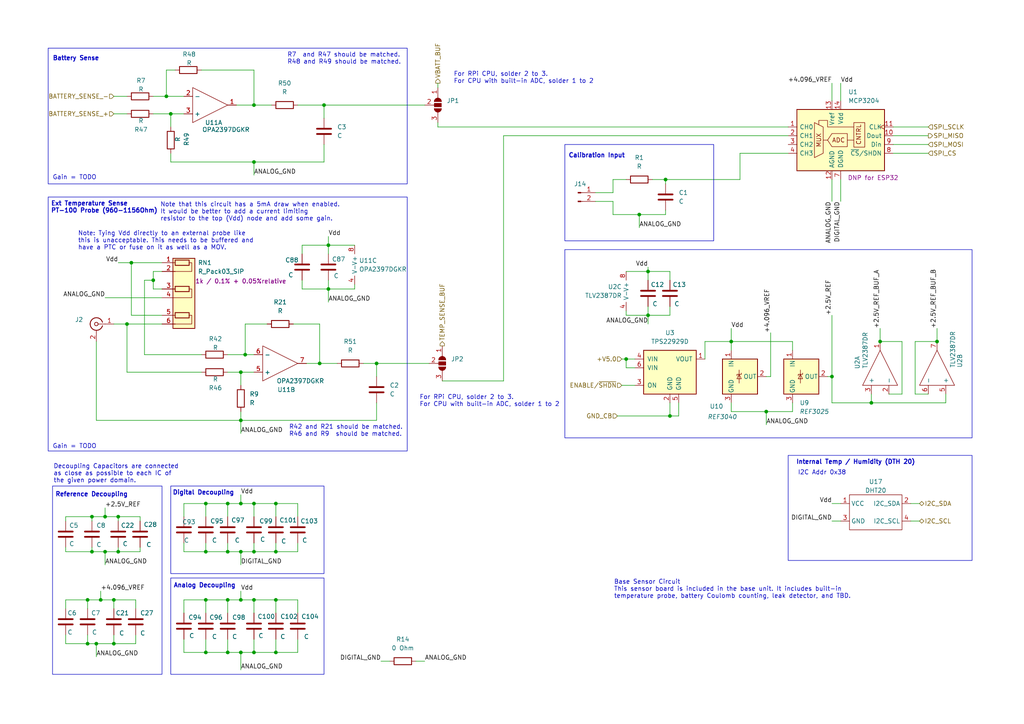
<source format=kicad_sch>
(kicad_sch (version 20231120) (generator "eeschema") (generator_version "8.0")
  (paper "A4")
  (lib_symbols
    (symbol "Analog_ADC:MCP3204" (pin_names (offset 0.762))
      (property "Reference" "U" (at -5.08 10.795 0))
      (property "Value" "MCP3204" (at -5.08 8.89 0))
      (symbol "MCP3204_0_0"
        (text "ADC" (at -0.635 -1.27 0) (effects (font (size 1.27 1.27))))
        (text "CNTRL" (at 5.969 -2.667 900) (effects (font (size 1.27 1.27)) (justify left bottom)))
        (text "MUX" (at -6.35 -1.27 900) (effects (font (size 1.27 1.27))))
      )
      (symbol "MCP3204_0_1"
        (polyline (pts (xy -5.08 -1.27) (xy -3.81 -1.27)))
        (polyline (pts (xy 1.905 -1.27) (xy 3.81 -1.27)))
        (polyline (pts (xy -7.62 3.81) (xy -7.62 -6.35) (xy -5.08 -5.08) (xy -5.08 2.54) (xy -7.62 3.81)))
        (polyline (pts (xy 3.81 2.54) (xy -3.81 2.54) (xy -3.81 4.445) (xy -6.35 4.445) (xy -6.35 3.175)))
        (polyline (pts (xy -3.81 -1.27) (xy -2.54 0.635) (xy 1.905 0.635) (xy 1.905 -3.175) (xy -2.54 -3.175) (xy -3.81 -1.27)))
        (rectangle (start 3.81 -3.302) (end 6.985 3.81))
        (rectangle (start 12.7 7.62) (end -12.7 -10.16) (stroke (width 0.254)) (fill (type background)))
      )
      (symbol "MCP3204_1_1"
        (pin input line (at -15.24 2.54 0) (length 2.54) (name "CH0") (number "1"))
        (pin output line (at 15.24 0 180) (length 2.54) (name "Dout") (number "10"))
        (pin input clock (at 15.24 2.54 180) (length 2.54) (name "CLK") (number "11"))
        (pin power_in line (at -2.54 -12.7 90) (length 2.54) (name "AGND") (number "12"))
        (pin power_in line (at -2.54 10.16 270) (length 2.54) (name "Vref") (number "13"))
        (pin power_in line (at 0 10.16 270) (length 2.54) (name "Vdd") (number "14"))
        (pin input line (at -15.24 0 0) (length 2.54) (name "CH1") (number "2"))
        (pin input line (at -15.24 -2.54 0) (length 2.54) (name "CH2") (number "3"))
        (pin input line (at -15.24 -5.08 0) (length 2.54) (name "CH3") (number "4"))
        (pin no_connect line (at -10.16 -10.16 90) (length 2.54) hide (name "NC") (number "5"))
        (pin no_connect line (at -7.62 -10.16 90) (length 2.54) hide (name "NC") (number "6"))
        (pin power_in line (at 0 -12.7 90) (length 2.54) (name "DGND") (number "7"))
        (pin input line (at 15.24 -5.08 180) (length 2.54) (name "~{CS}/SHDN") (number "8"))
        (pin input line (at 15.24 -2.54 180) (length 2.54) (name "Din") (number "9"))
      )
    )
    (symbol "AndrewAdditions:DHT20"
      (property "Reference" "U" (at -7.112 8.382 0))
      (property "Value" "DHT20" (at 0 0 0))
      (symbol "DHT20_0_1"
        (rectangle (start -7.62 5.08) (end 7.62 -5.08))
      )
      (symbol "DHT20_1_0"
        (pin power_in line (at -10.16 2.54 0) (length 2.54) (name "VCC") (number "1"))
        (pin input line (at 10.16 2.54 180) (length 2.54) (name "I2C_SDA") (number "2"))
        (pin power_in line (at -10.16 -2.54 0) (length 2.54) (name "GND") (number "3"))
        (pin input line (at 10.16 -2.54 180) (length 2.54) (name "I2C_SCL") (number "4"))
      )
    )
    (symbol "Connector:Conn_01x02_Pin" (pin_names (offset 1.016) hide)
      (property "Reference" "J" (at 0 2.54 0))
      (property "Value" "Conn_01x02_Pin" (at 0 -5.08 0))
      (symbol "Conn_01x02_Pin_1_1"
        (polyline (pts (xy 1.27 -2.54) (xy 0.8636 -2.54)) (stroke (width 0.1524)))
        (polyline (pts (xy 1.27 0) (xy 0.8636 0)) (stroke (width 0.1524)))
        (rectangle (start 0.8636 -2.413) (end 0 -2.667) (stroke (width 0.1524)) (fill (type outline)))
        (rectangle (start 0.8636 0.127) (end 0 -0.127) (stroke (width 0.1524)) (fill (type outline)))
        (pin passive line (at 5.08 0 180) (length 3.81) (name "Pin_1") (number "1"))
        (pin passive line (at 5.08 -2.54 180) (length 3.81) (name "Pin_2") (number "2"))
      )
    )
    (symbol "Connector:Conn_Coaxial" (pin_names (offset 1.016) hide)
      (property "Reference" "J" (at 0.254 3.048 0))
      (property "Value" "Conn_Coaxial" (at 2.921 0 90))
      (symbol "Conn_Coaxial_0_1"
        (arc (start -1.778 -0.508) (mid 0.2311 -1.8066) (end 1.778 0) (stroke (width 0.254)))
        (polyline (pts (xy -2.54 0) (xy -0.508 0)))
        (polyline (pts (xy 0 -2.54) (xy 0 -1.778)))
        (circle (center 0 0) (radius 0.508) (stroke (width 0.2032)))
        (arc (start 1.778 0) (mid 0.2099 1.8101) (end -1.778 0.508) (stroke (width 0.254)))
      )
      (symbol "Conn_Coaxial_1_1"
        (pin passive line (at -5.08 0 0) (length 2.54) (name "In") (number "1"))
        (pin passive line (at 0 -5.08 90) (length 2.54) (name "Ext") (number "2"))
      )
    )
    (symbol "Device:C" (pin_numbers hide) (pin_names (offset 0.254))
      (property "Reference" "C" (at 0.635 2.54 0))
      (property "Value" "C" (at 0.635 -2.54 0))
      (symbol "C_0_1"
        (polyline (pts (xy -2.032 -0.762) (xy 2.032 -0.762)) (stroke (width 0.508)))
        (polyline (pts (xy -2.032 0.762) (xy 2.032 0.762)) (stroke (width 0.508)))
      )
      (symbol "C_1_1"
        (pin passive line (at 0 3.81 270) (length 2.794) (name "~") (number "1"))
        (pin passive line (at 0 -3.81 90) (length 2.794) (name "~") (number "2"))
      )
    )
    (symbol "Device:R" (pin_numbers hide) (pin_names (offset 0))
      (property "Reference" "R" (at 2.032 0 90))
      (property "Value" "R" (at 0 0 90))
      (symbol "R_0_1"
        (rectangle (start -1.016 -2.54) (end 1.016 2.54) (stroke (width 0.254)))
      )
      (symbol "R_1_1"
        (pin passive line (at 0 3.81 270) (length 1.27) (name "~") (number "1"))
        (pin passive line (at 0 -3.81 90) (length 1.27) (name "~") (number "2"))
      )
    )
    (symbol "Device:R_Pack03_SIP" (pin_names (offset 0) hide)
      (property "Reference" "RN" (at -10.16 0 90))
      (property "Value" "R_Pack03_SIP" (at 12.7 0 90))
      (symbol "R_Pack03_SIP_0_1"
        (rectangle (start -8.89 -1.905) (end 11.43 4.445) (stroke (width 0.254)) (fill (type background)))
        (rectangle (start -8.382 2.794) (end -6.858 -1.27) (stroke (width 0.254)))
        (rectangle (start -0.762 2.794) (end 0.762 -1.27) (stroke (width 0.254)))
        (polyline (pts (xy -7.62 2.794) (xy -7.62 3.556) (xy -5.08 3.556) (xy -5.08 -1.27)))
        (polyline (pts (xy 0 2.794) (xy 0 3.556) (xy 2.54 3.556) (xy 2.54 -1.27)))
        (polyline (pts (xy 7.62 2.794) (xy 7.62 3.556) (xy 10.16 3.556) (xy 10.16 -1.27)))
        (rectangle (start 6.858 2.794) (end 8.382 -1.27) (stroke (width 0.254)))
      )
      (symbol "R_Pack03_SIP_1_1"
        (pin passive line (at -7.62 -5.08 90) (length 3.81) (name "R1.1") (number "1"))
        (pin passive line (at -5.08 -5.08 90) (length 3.81) (name "R1.2") (number "2"))
        (pin passive line (at 0 -5.08 90) (length 3.81) (name "R2.1") (number "3"))
        (pin passive line (at 2.54 -5.08 90) (length 3.81) (name "R2.2") (number "4"))
        (pin passive line (at 7.62 -5.08 90) (length 3.81) (name "R3.1") (number "5"))
        (pin passive line (at 10.16 -5.08 90) (length 3.81) (name "R3.2") (number "6"))
      )
    )
    (symbol "Jumper:SolderJumper_3_Open" (pin_names (offset 0) hide) (exclude_from_sim yes) (in_bom no)
      (property "Reference" "JP" (at -2.54 -2.54 0))
      (property "Value" "SolderJumper_3_Open" (at 0 2.794 0))
      (symbol "SolderJumper_3_Open_0_1"
        (arc (start -1.016 1.016) (mid -2.0276 0) (end -1.016 -1.016))
        (arc (start -1.016 1.016) (mid -2.0276 0) (end -1.016 -1.016) (fill (type outline)))
        (rectangle (start -0.508 1.016) (end 0.508 -1.016) (fill (type outline)))
        (polyline (pts (xy -2.54 0) (xy -2.032 0)))
        (polyline (pts (xy -1.016 1.016) (xy -1.016 -1.016)))
        (polyline (pts (xy 0 -1.27) (xy 0 -1.016)))
        (polyline (pts (xy 1.016 1.016) (xy 1.016 -1.016)))
        (polyline (pts (xy 2.54 0) (xy 2.032 0)))
        (arc (start 1.016 -1.016) (mid 2.0276 0) (end 1.016 1.016))
        (arc (start 1.016 -1.016) (mid 2.0276 0) (end 1.016 1.016) (fill (type outline)))
      )
      (symbol "SolderJumper_3_Open_1_1"
        (pin passive line (at -5.08 0 0) (length 2.54) (name "A") (number "1"))
        (pin passive line (at 0 -3.81 90) (length 2.54) (name "C") (number "2"))
        (pin passive line (at 5.08 0 180) (length 2.54) (name "B") (number "3"))
      )
    )
    (symbol "Op-Amp-Extended:OPA2397DR"
      (property "Reference" "U" (at -4.318 9.144 0))
      (property "Value" "OPA2397DGKR" (at 2.032 7.112 0))
      (symbol "OPA2397DR_1_0"
        (pin output line (at 10.16 0 180) (length 2.54) (name "") (number "1"))
        (pin input line (at -5.08 -2.54 0) (length 2.54) (name "-") (number "2"))
        (pin input line (at -5.08 2.54 0) (length 2.54) (name "+") (number "3"))
      )
      (symbol "OPA2397DR_1_1"
        (polyline (pts (xy -2.54 5.08) (xy -2.54 -5.08) (xy 7.62 0) (xy -2.54 5.08)))
      )
      (symbol "OPA2397DR_2_0"
        (pin input line (at -5.08 2.54 0) (length 2.54) (name "+") (number "5"))
        (pin input line (at -5.08 -2.54 0) (length 2.54) (name "-") (number "6"))
        (pin output line (at 10.16 0 180) (length 2.54) (name "") (number "7"))
      )
      (symbol "OPA2397DR_2_1"
        (polyline (pts (xy -2.54 5.08) (xy -2.54 -5.08) (xy 7.62 0) (xy -2.54 5.08)))
      )
      (symbol "OPA2397DR_3_0"
        (pin power_in line (at 0 -6.35 90) (length 2.54) (name "V-") (number "4"))
        (pin power_in line (at 0 5.08 270) (length 2.54) (name "V+") (number "8"))
      )
    )
    (symbol "Op-Amp-Extended:TLV2387DR"
      (property "Reference" "U" (at -4.572 8.128 0))
      (property "Value" "TLV2387DR" (at 0 0 0))
      (symbol "TLV2387DR_1_0"
        (pin output line (at 10.16 0 180) (length 2.54) (name "") (number "1"))
        (pin input line (at -5.08 -2.54 0) (length 2.54) (name "-") (number "2"))
        (pin input line (at -5.08 2.54 0) (length 2.54) (name "+") (number "3"))
      )
      (symbol "TLV2387DR_1_1"
        (polyline (pts (xy -2.54 5.08) (xy -2.54 -5.08) (xy 7.62 0) (xy -2.54 5.08)))
      )
      (symbol "TLV2387DR_2_0"
        (pin input line (at -5.08 2.54 0) (length 2.54) (name "+") (number "5"))
        (pin input line (at -5.08 -2.54 0) (length 2.54) (name "-") (number "6"))
        (pin output line (at 10.16 0 180) (length 2.54) (name "") (number "7"))
      )
      (symbol "TLV2387DR_2_1"
        (polyline (pts (xy -2.54 5.08) (xy -2.54 -5.08) (xy 7.62 0) (xy -2.54 5.08)))
      )
      (symbol "TLV2387DR_3_0"
        (pin power_in line (at 0 -6.35 90) (length 2.54) (name "V-") (number "4"))
        (pin power_in line (at 0 5.08 270) (length 2.54) (name "V+") (number "8"))
      )
    )
    (symbol "Power_Management:TPS22929D" (pin_names (offset 1.016))
      (property "Reference" "U" (at -7.62 8.89 0))
      (property "Value" "TPS22929D" (at 7.62 8.89 0))
      (symbol "TPS22929D_0_1"
        (rectangle (start -7.62 7.62) (end 7.62 -5.08) (stroke (width 0.254)) (fill (type background)))
      )
      (symbol "TPS22929D_1_1"
        (pin power_out line (at 10.16 5.08 180) (length 2.54) (name "VOUT") (number "1"))
        (pin power_in line (at 0 -7.62 90) (length 2.54) (name "GND") (number "2"))
        (pin input line (at -10.16 -2.54 0) (length 2.54) (name "ON") (number "3"))
        (pin power_in line (at -10.16 5.08 0) (length 2.54) (name "VIN") (number "4"))
        (pin power_in line (at 2.54 -7.62 90) (length 2.54) (name "GND") (number "5"))
        (pin power_in line (at -10.16 2.54 0) (length 2.54) (name "VIN") (number "6"))
      )
    )
    (symbol "Reference_Voltage:REF3025" (pin_names (offset 0.254))
      (property "Reference" "U" (at 0 6.35 0))
      (property "Value" "REF3025" (at 2.54 -6.35 0))
      (symbol "REF3025_0_1"
        (rectangle (start -5.08 5.08) (end 5.08 -5.08) (stroke (width 0.254)) (fill (type background)))
        (polyline (pts (xy -0.254 1.905) (xy -0.254 -1.905)))
        (polyline (pts (xy -0.889 -0.635) (xy 0.381 -0.635) (xy -0.254 0.635) (xy -0.889 -0.635)))
        (polyline (pts (xy 0.381 1.016) (xy 0.381 0.635) (xy -0.889 0.635) (xy -0.889 0.254)))
      )
      (symbol "REF3025_1_1"
        (pin power_in line (at -2.54 7.62 270) (length 2.54) (name "IN") (number "1"))
        (pin power_out line (at 7.62 0 180) (length 2.54) (name "OUT") (number "2"))
        (pin power_in line (at -2.54 -7.62 90) (length 2.54) (name "GND") (number "3"))
      )
    )
    (symbol "Reference_Voltage:REF3040" (pin_names (offset 0.254))
      (property "Reference" "U" (at 0 6.35 0))
      (property "Value" "REF3040" (at 2.54 -6.35 0))
      (symbol "REF3040_0_1"
        (rectangle (start -5.08 5.08) (end 5.08 -5.08) (stroke (width 0.254)) (fill (type background)))
        (polyline (pts (xy -0.254 1.905) (xy -0.254 -1.905)))
        (polyline (pts (xy -0.889 -0.635) (xy 0.381 -0.635) (xy -0.254 0.635) (xy -0.889 -0.635)))
        (polyline (pts (xy 0.381 1.016) (xy 0.381 0.635) (xy -0.889 0.635) (xy -0.889 0.254)))
      )
      (symbol "REF3040_1_1"
        (pin power_in line (at -2.54 7.62 270) (length 2.54) (name "IN") (number "1"))
        (pin power_out line (at 7.62 0 180) (length 2.54) (name "OUT") (number "2"))
        (pin power_in line (at -2.54 -7.62 90) (length 2.54) (name "GND") (number "3"))
      )
    )
  )
  (junction (at 29.21 173.99))
  (junction (at 59.69 146.05))
  (junction (at 34.29 160.02))
  (junction (at 59.69 189.23))
  (junction (at 187.96 91.44))
  (junction (at 73.66 146.05))
  (junction (at 93.98 30.48))
  (junction (at 69.85 107.95))
  (junction (at 26.67 149.86))
  (junction (at 49.53 33.02))
  (junction (at 25.4 186.69))
  (junction (at 194.31 120.65))
  (junction (at 34.29 149.86))
  (junction (at 92.71 105.41))
  (junction (at 33.02 173.99))
  (junction (at 66.04 160.02))
  (junction (at 185.42 62.23))
  (junction (at 80.01 173.99))
  (junction (at 181.61 104.14))
  (junction (at 241.3 109.22))
  (junction (at 30.48 149.86))
  (junction (at 271.78 99.06))
  (junction (at 109.22 105.41))
  (junction (at 212.09 99.06))
  (junction (at 73.66 189.23))
  (junction (at 73.66 30.48))
  (junction (at 80.01 160.02))
  (junction (at 25.4 173.99))
  (junction (at 44.45 81.28))
  (junction (at 59.69 173.99))
  (junction (at 30.48 160.02))
  (junction (at 69.85 160.02))
  (junction (at 59.69 160.02))
  (junction (at 95.25 71.12))
  (junction (at 193.04 52.07))
  (junction (at 66.04 146.05))
  (junction (at 71.12 102.87))
  (junction (at 73.66 173.99))
  (junction (at 187.96 78.74))
  (junction (at 95.25 83.82))
  (junction (at 33.02 186.69))
  (junction (at 38.1 76.2))
  (junction (at 69.85 146.05))
  (junction (at 69.85 121.92))
  (junction (at 73.66 46.99))
  (junction (at 80.01 146.05))
  (junction (at 36.83 93.98))
  (junction (at 255.27 99.06))
  (junction (at 66.04 189.23))
  (junction (at 252.73 116.84))
  (junction (at 48.26 27.94))
  (junction (at 222.25 119.38))
  (junction (at 73.66 160.02))
  (junction (at 27.94 186.69))
  (junction (at 26.67 160.02))
  (junction (at 69.85 189.23))
  (junction (at 66.04 173.99))
  (junction (at 69.85 173.99))
  (junction (at 80.01 189.23))
  (wire (pts (xy 187.96 77.47) (xy 187.96 78.74)))
  (wire (pts (xy 59.69 173.99) (xy 59.69 177.8)))
  (wire (pts (xy 241.3 91.44) (xy 241.3 109.22)))
  (wire (pts (xy 214.63 52.07) (xy 193.04 52.07)))
  (wire (pts (xy 38.1 91.44) (xy 38.1 76.2)))
  (wire (pts (xy 30.48 86.36) (xy 46.99 86.36)))
  (wire (pts (xy 69.85 146.05) (xy 73.66 146.05)))
  (wire (pts (xy 146.05 39.37) (xy 228.6 39.37)))
  (wire (pts (xy 223.52 109.22) (xy 222.25 109.22)))
  (wire (pts (xy 127 25.4) (xy 127 24.13)))
  (wire (pts (xy 193.04 62.23) (xy 193.04 60.96)))
  (wire (pts (xy 259.08 44.45) (xy 269.24 44.45)))
  (wire (pts (xy 95.25 71.12) (xy 95.25 73.66)))
  (wire (pts (xy 194.31 81.28) (xy 194.31 78.74)))
  (wire (pts (xy 48.26 20.32) (xy 48.26 27.94)))
  (wire (pts (xy 252.73 116.84) (xy 274.32 116.84)))
  (wire (pts (xy 87.63 73.66) (xy 87.63 71.12)))
  (wire (pts (xy 109.22 116.84) (xy 109.22 121.92)))
  (wire (pts (xy 58.42 20.32) (xy 73.66 20.32)))
  (wire (pts (xy 127 35.56) (xy 127 36.83)))
  (wire (pts (xy 66.04 189.23) (xy 69.85 189.23)))
  (wire (pts (xy 69.85 173.99) (xy 73.66 173.99)))
  (wire (pts (xy 243.84 24.13) (xy 243.84 29.21)))
  (wire (pts (xy 212.09 116.84) (xy 212.09 119.38)))
  (wire (pts (xy 177.8 52.07) (xy 181.61 52.07)))
  (wire (pts (xy 29.21 171.45) (xy 29.21 173.99)))
  (wire (pts (xy 241.3 24.13) (xy 241.3 29.21)))
  (wire (pts (xy 30.48 149.86) (xy 30.48 147.32)))
  (wire (pts (xy 73.66 185.42) (xy 73.66 189.23)))
  (wire (pts (xy 53.34 146.05) (xy 53.34 149.86)))
  (wire (pts (xy 214.63 44.45) (xy 228.6 44.45)))
  (wire (pts (xy 187.96 78.74) (xy 187.96 81.28)))
  (wire (pts (xy 59.69 185.42) (xy 59.69 189.23)))
  (wire (pts (xy 181.61 91.44) (xy 181.61 90.17)))
  (wire (pts (xy 86.36 177.8) (xy 86.36 173.99)))
  (wire (pts (xy 26.67 160.02) (xy 30.48 160.02)))
  (wire (pts (xy 73.66 46.99) (xy 93.98 46.99)))
  (wire (pts (xy 59.69 189.23) (xy 66.04 189.23)))
  (wire (pts (xy 44.45 27.94) (xy 48.26 27.94)))
  (wire (pts (xy 73.66 189.23) (xy 80.01 189.23)))
  (wire (pts (xy 58.42 107.95) (xy 36.83 107.95)))
  (wire (pts (xy 34.29 149.86) (xy 30.48 149.86)))
  (wire (pts (xy 27.94 186.69) (xy 27.94 190.5)))
  (wire (pts (xy 44.45 83.82) (xy 46.99 83.82)))
  (wire (pts (xy 27.94 99.06) (xy 27.94 121.92)))
  (wire (pts (xy 59.69 157.48) (xy 59.69 160.02)))
  (wire (pts (xy 33.02 93.98) (xy 36.83 93.98)))
  (wire (pts (xy 19.05 151.13) (xy 19.05 149.86)))
  (wire (pts (xy 196.85 120.65) (xy 194.31 120.65)))
  (wire (pts (xy 66.04 107.95) (xy 69.85 107.95)))
  (wire (pts (xy 27.94 186.69) (xy 33.02 186.69)))
  (wire (pts (xy 38.1 91.44) (xy 46.99 91.44)))
  (wire (pts (xy 69.85 189.23) (xy 73.66 189.23)))
  (wire (pts (xy 222.25 119.38) (xy 229.87 119.38)))
  (wire (pts (xy 33.02 176.53) (xy 33.02 173.99)))
  (wire (pts (xy 69.85 171.45) (xy 69.85 173.99)))
  (wire (pts (xy 69.85 163.83) (xy 69.85 160.02)))
  (wire (pts (xy 49.53 33.02) (xy 49.53 36.83)))
  (wire (pts (xy 255.27 95.25) (xy 255.27 99.06)))
  (wire (pts (xy 241.3 52.07) (xy 241.3 58.42)))
  (wire (pts (xy 93.98 30.48) (xy 123.19 30.48)))
  (wire (pts (xy 66.04 102.87) (xy 71.12 102.87)))
  (wire (pts (xy 214.63 52.07) (xy 214.63 44.45)))
  (wire (pts (xy 259.08 36.83) (xy 269.24 36.83)))
  (wire (pts (xy 41.91 81.28) (xy 44.45 81.28)))
  (wire (pts (xy 33.02 186.69) (xy 39.37 186.69)))
  (wire (pts (xy 25.4 173.99) (xy 25.4 176.53)))
  (wire (pts (xy 222.25 119.38) (xy 222.25 123.19)))
  (wire (pts (xy 180.34 104.14) (xy 181.61 104.14)))
  (wire (pts (xy 93.98 41.91) (xy 93.98 46.99)))
  (wire (pts (xy 177.8 58.42) (xy 172.72 58.42)))
  (wire (pts (xy 39.37 173.99) (xy 33.02 173.99)))
  (wire (pts (xy 49.53 33.02) (xy 53.34 33.02)))
  (wire (pts (xy 184.15 111.76) (xy 180.34 111.76)))
  (wire (pts (xy 102.87 83.82) (xy 102.87 82.55)))
  (wire (pts (xy 30.48 160.02) (xy 30.48 163.83)))
  (wire (pts (xy 185.42 62.23) (xy 193.04 62.23)))
  (wire (pts (xy 92.71 105.41) (xy 88.9 105.41)))
  (wire (pts (xy 26.67 149.86) (xy 26.67 151.13)))
  (wire (pts (xy 93.98 34.29) (xy 93.98 30.48)))
  (wire (pts (xy 243.84 52.07) (xy 243.84 58.42)))
  (wire (pts (xy 80.01 173.99) (xy 73.66 173.99)))
  (wire (pts (xy 241.3 116.84) (xy 252.73 116.84)))
  (wire (pts (xy 44.45 81.28) (xy 44.45 83.82)))
  (wire (pts (xy 274.32 116.84) (xy 274.32 114.3)))
  (wire (pts (xy 80.01 185.42) (xy 80.01 189.23)))
  (wire (pts (xy 19.05 160.02) (xy 26.67 160.02)))
  (wire (pts (xy 194.31 116.84) (xy 194.31 120.65)))
  (wire (pts (xy 19.05 158.75) (xy 19.05 160.02)))
  (wire (pts (xy 73.66 30.48) (xy 68.58 30.48)))
  (wire (pts (xy 95.25 83.82) (xy 95.25 81.28)))
  (wire (pts (xy 69.85 121.92) (xy 69.85 125.73)))
  (wire (pts (xy 196.85 116.84) (xy 196.85 120.65)))
  (wire (pts (xy 185.42 62.23) (xy 185.42 66.04)))
  (wire (pts (xy 179.07 120.65) (xy 194.31 120.65)))
  (wire (pts (xy 109.22 105.41) (xy 109.22 109.22)))
  (wire (pts (xy 34.29 76.2) (xy 38.1 76.2)))
  (wire (pts (xy 19.05 173.99) (xy 19.05 176.53)))
  (wire (pts (xy 120.65 191.77) (xy 123.19 191.77)))
  (wire (pts (xy 86.36 149.86) (xy 86.36 146.05)))
  (wire (pts (xy 38.1 76.2) (xy 46.99 76.2)))
  (wire (pts (xy 44.45 33.02) (xy 49.53 33.02)))
  (wire (pts (xy 73.66 146.05) (xy 80.01 146.05)))
  (wire (pts (xy 95.25 68.58) (xy 95.25 71.12)))
  (wire (pts (xy 73.66 46.99) (xy 49.53 46.99)))
  (wire (pts (xy 33.02 173.99) (xy 29.21 173.99)))
  (wire (pts (xy 87.63 81.28) (xy 87.63 83.82)))
  (wire (pts (xy 261.62 114.3) (xy 261.62 99.06)))
  (wire (pts (xy 172.72 55.88) (xy 177.8 55.88)))
  (wire (pts (xy 53.34 173.99) (xy 59.69 173.99)))
  (wire (pts (xy 223.52 96.52) (xy 223.52 109.22)))
  (wire (pts (xy 204.47 99.06) (xy 212.09 99.06)))
  (wire (pts (xy 59.69 146.05) (xy 59.69 149.86)))
  (wire (pts (xy 53.34 160.02) (xy 53.34 157.48)))
  (wire (pts (xy 252.73 114.3) (xy 252.73 116.84)))
  (wire (pts (xy 265.43 99.06) (xy 265.43 114.3)))
  (wire (pts (xy 19.05 184.15) (xy 19.05 186.69)))
  (wire (pts (xy 80.01 189.23) (xy 86.36 189.23)))
  (wire (pts (xy 73.66 157.48) (xy 73.66 160.02)))
  (wire (pts (xy 87.63 83.82) (xy 95.25 83.82)))
  (wire (pts (xy 66.04 146.05) (xy 66.04 149.86)))
  (wire (pts (xy 39.37 186.69) (xy 39.37 184.15)))
  (wire (pts (xy 193.04 52.07) (xy 193.04 53.34)))
  (wire (pts (xy 73.66 46.99) (xy 73.66 50.8)))
  (wire (pts (xy 36.83 93.98) (xy 36.83 107.95)))
  (wire (pts (xy 194.31 78.74) (xy 187.96 78.74)))
  (wire (pts (xy 194.31 91.44) (xy 187.96 91.44)))
  (wire (pts (xy 66.04 157.48) (xy 66.04 160.02)))
  (wire (pts (xy 33.02 27.94) (xy 36.83 27.94)))
  (wire (pts (xy 53.34 160.02) (xy 59.69 160.02)))
  (wire (pts (xy 27.94 121.92) (xy 69.85 121.92)))
  (wire (pts (xy 128.27 110.49) (xy 146.05 110.49)))
  (wire (pts (xy 261.62 99.06) (xy 255.27 99.06)))
  (wire (pts (xy 46.99 78.74) (xy 44.45 78.74)))
  (wire (pts (xy 71.12 102.87) (xy 71.12 93.98)))
  (wire (pts (xy 204.47 99.06) (xy 204.47 104.14)))
  (wire (pts (xy 66.04 185.42) (xy 66.04 189.23)))
  (wire (pts (xy 80.01 173.99) (xy 80.01 177.8)))
  (wire (pts (xy 49.53 44.45) (xy 49.53 46.99)))
  (wire (pts (xy 187.96 91.44) (xy 181.61 91.44)))
  (wire (pts (xy 110.49 191.77) (xy 113.03 191.77)))
  (wire (pts (xy 95.25 83.82) (xy 102.87 83.82)))
  (wire (pts (xy 69.85 189.23) (xy 69.85 194.31)))
  (wire (pts (xy 229.87 119.38) (xy 229.87 116.84)))
  (wire (pts (xy 73.66 177.8) (xy 73.66 173.99)))
  (wire (pts (xy 264.16 146.05) (xy 266.7 146.05)))
  (wire (pts (xy 19.05 149.86) (xy 26.67 149.86)))
  (wire (pts (xy 229.87 101.6) (xy 229.87 99.06)))
  (wire (pts (xy 66.04 173.99) (xy 66.04 177.8)))
  (wire (pts (xy 86.36 30.48) (xy 93.98 30.48)))
  (wire (pts (xy 69.85 143.51) (xy 69.85 146.05)))
  (wire (pts (xy 86.36 160.02) (xy 80.01 160.02)))
  (wire (pts (xy 53.34 146.05) (xy 59.69 146.05)))
  (wire (pts (xy 59.69 146.05) (xy 66.04 146.05)))
  (wire (pts (xy 59.69 173.99) (xy 66.04 173.99)))
  (wire (pts (xy 189.23 52.07) (xy 193.04 52.07)))
  (wire (pts (xy 109.22 121.92) (xy 69.85 121.92)))
  (wire (pts (xy 85.09 93.98) (xy 92.71 93.98)))
  (wire (pts (xy 41.91 102.87) (xy 41.91 81.28)))
  (wire (pts (xy 33.02 33.02) (xy 36.83 33.02)))
  (wire (pts (xy 95.25 87.63) (xy 95.25 83.82)))
  (wire (pts (xy 48.26 27.94) (xy 53.34 27.94)))
  (wire (pts (xy 212.09 119.38) (xy 222.25 119.38)))
  (wire (pts (xy 71.12 93.98) (xy 77.47 93.98)))
  (wire (pts (xy 187.96 88.9) (xy 187.96 91.44)))
  (wire (pts (xy 187.96 78.74) (xy 181.61 78.74)))
  (wire (pts (xy 66.04 173.99) (xy 69.85 173.99)))
  (wire (pts (xy 41.91 102.87) (xy 58.42 102.87)))
  (wire (pts (xy 44.45 78.74) (xy 44.45 81.28)))
  (wire (pts (xy 19.05 186.69) (xy 25.4 186.69)))
  (wire (pts (xy 212.09 101.6) (xy 212.09 99.06)))
  (wire (pts (xy 264.16 151.13) (xy 266.7 151.13)))
  (wire (pts (xy 184.15 106.68) (xy 181.61 106.68)))
  (wire (pts (xy 66.04 146.05) (xy 69.85 146.05)))
  (wire (pts (xy 80.01 146.05) (xy 86.36 146.05)))
  (wire (pts (xy 229.87 99.06) (xy 212.09 99.06)))
  (wire (pts (xy 259.08 39.37) (xy 269.24 39.37)))
  (wire (pts (xy 53.34 185.42) (xy 53.34 189.23)))
  (wire (pts (xy 127 36.83) (xy 228.6 36.83)))
  (wire (pts (xy 69.85 107.95) (xy 69.85 111.76)))
  (wire (pts (xy 212.09 95.25) (xy 212.09 99.06)))
  (wire (pts (xy 257.81 114.3) (xy 261.62 114.3)))
  (wire (pts (xy 146.05 39.37) (xy 146.05 110.49)))
  (wire (pts (xy 177.8 55.88) (xy 177.8 52.07)))
  (wire (pts (xy 25.4 184.15) (xy 25.4 186.69)))
  (wire (pts (xy 177.8 58.42) (xy 177.8 62.23)))
  (wire (pts (xy 80.01 157.48) (xy 80.01 160.02)))
  (wire (pts (xy 50.8 20.32) (xy 48.26 20.32)))
  (wire (pts (xy 29.21 173.99) (xy 25.4 173.99)))
  (wire (pts (xy 241.3 151.13) (xy 243.84 151.13)))
  (wire (pts (xy 40.64 160.02) (xy 40.64 158.75)))
  (wire (pts (xy 34.29 160.02) (xy 40.64 160.02)))
  (wire (pts (xy 80.01 160.02) (xy 73.66 160.02)))
  (wire (pts (xy 26.67 149.86) (xy 30.48 149.86)))
  (wire (pts (xy 73.66 160.02) (xy 69.85 160.02)))
  (wire (pts (xy 109.22 105.41) (xy 105.41 105.41)))
  (wire (pts (xy 33.02 184.15) (xy 33.02 186.69)))
  (wire (pts (xy 259.08 41.91) (xy 269.24 41.91)))
  (wire (pts (xy 181.61 104.14) (xy 184.15 104.14)))
  (wire (pts (xy 92.71 93.98) (xy 92.71 105.41)))
  (wire (pts (xy 187.96 93.98) (xy 187.96 91.44)))
  (wire (pts (xy 73.66 20.32) (xy 73.66 30.48)))
  (wire (pts (xy 241.3 116.84) (xy 241.3 109.22)))
  (wire (pts (xy 66.04 160.02) (xy 59.69 160.02)))
  (wire (pts (xy 30.48 160.02) (xy 34.29 160.02)))
  (wire (pts (xy 241.3 146.05) (xy 243.84 146.05)))
  (wire (pts (xy 177.8 62.23) (xy 185.42 62.23)))
  (wire (pts (xy 69.85 160.02) (xy 66.04 160.02)))
  (wire (pts (xy 78.74 30.48) (xy 73.66 30.48)))
  (wire (pts (xy 95.25 71.12) (xy 102.87 71.12)))
  (wire (pts (xy 36.83 93.98) (xy 46.99 93.98)))
  (wire (pts (xy 271.78 95.25) (xy 271.78 99.06)))
  (wire (pts (xy 71.12 102.87) (xy 73.66 102.87)))
  (wire (pts (xy 92.71 105.41) (xy 97.79 105.41)))
  (wire (pts (xy 271.78 99.06) (xy 265.43 99.06)))
  (wire (pts (xy 34.29 158.75) (xy 34.29 160.02)))
  (wire (pts (xy 40.64 149.86) (xy 34.29 149.86)))
  (wire (pts (xy 86.36 157.48) (xy 86.36 160.02)))
  (wire (pts (xy 26.67 158.75) (xy 26.67 160.02)))
  (wire (pts (xy 86.36 185.42) (xy 86.36 189.23)))
  (wire (pts (xy 53.34 189.23) (xy 59.69 189.23)))
  (wire (pts (xy 265.43 114.3) (xy 269.24 114.3)))
  (wire (pts (xy 124.46 105.41) (xy 109.22 105.41)))
  (wire (pts (xy 40.64 151.13) (xy 40.64 149.86)))
  (wire (pts (xy 25.4 173.99) (xy 19.05 173.99)))
  (wire (pts (xy 194.31 88.9) (xy 194.31 91.44)))
  (wire (pts (xy 34.29 149.86) (xy 34.29 151.13)))
  (wire (pts (xy 69.85 107.95) (xy 73.66 107.95)))
  (wire (pts (xy 25.4 186.69) (xy 27.94 186.69)))
  (wire (pts (xy 80.01 146.05) (xy 80.01 149.86)))
  (wire (pts (xy 73.66 146.05) (xy 73.66 149.86)))
  (wire (pts (xy 240.03 109.22) (xy 241.3 109.22)))
  (wire (pts (xy 181.61 106.68) (xy 181.61 104.14)))
  (wire (pts (xy 80.01 173.99) (xy 86.36 173.99)))
  (wire (pts (xy 87.63 71.12) (xy 95.25 71.12)))
  (wire (pts (xy 69.85 119.38) (xy 69.85 121.92)))
  (wire (pts (xy 39.37 176.53) (xy 39.37 173.99)))
  (wire (pts (xy 53.34 177.8) (xy 53.34 173.99)))
  (rectangle (start 13.97 13.97) (end 118.11 53.34))
  (rectangle (start 163.83 41.91) (end 207.01 69.85))
  (rectangle (start 49.53 167.64) (end 93.98 195.58))
  (rectangle (start 49.53 140.97) (end 93.98 166.37))
  (rectangle (start 228.6 132.08) (end 281.94 162.56))
  (rectangle (start 13.97 57.15) (end 118.11 130.81))
  (rectangle (start 163.83 72.39) (end 281.94 127))
  (rectangle (start 15.24 140.97) (end 46.99 195.58))
  (text "Battery Sense" (at 15.24 17.018 0) (effects (font (size 1.27 1.27) (thickness 0.254) (bold yes)) (justify left)))
  (text "Decoupling Capacitors are connected\nas close as possible to each IC of\nthe given power domain." (at 15.494 137.414 0) (effects (font (size 1.27 1.27) (thickness 0.1588)) (justify left)))
  (text "I2C Addr 0x38" (at 231.394 137.16 0) (effects (font (size 1.27 1.27)) (justify left)))
  (text "Calibration Input" (at 164.846 45.212 0) (effects (font (size 1.27 1.27) (thickness 0.254) (bold yes)) (justify left)))
  (text "For RPi CPU, solder 2 to 3.\nFor CPU with built-in ADC, solder 1 to 2" (at 121.666 116.332 0) (effects (font (size 1.27 1.27)) (justify left)))
  (text "Gain = TODO" (at 15.24 129.54 0) (effects (font (size 1.27 1.27)) (justify left)))
  (text "For RPi CPU, solder 2 to 3.\nFor CPU with built-in ADC, solder 1 to 2" (at 131.572 22.606 0) (effects (font (size 1.27 1.27)) (justify left)))
  (text "Digital Decoupling\n" (at 50.038 143.002 0) (effects (font (size 1.27 1.27) (thickness 0.254) (bold yes)) (justify left)))
  (text "Gain = TODO" (at 15.24 51.562 0) (effects (font (size 1.27 1.27)) (justify left)))
  (text "Base Sensor Circuit\nThis sensor board is included in the base unit. It includes built-in \ntemperature probe, battery Coulomb counting, leak detector, and TBD." (at 178.054 170.942 0) (effects (font (size 1.27 1.27)) (justify left)))
  (text "Internal Temp / Humidity (DTH 20)" (at 230.886 134.112 0) (effects (font (size 1.27 1.27) (thickness 0.254) (bold yes)) (justify left)))
  (text "Ext Temperature Sense\nPT-100 Probe (960-1156Ohm)" (at 14.732 60.198 0) (effects (font (size 1.27 1.27) (thickness 0.254) (bold yes)) (justify left)))
  (text "Note: Tying Vdd directly to an external probe like\nthis is unacceptable. This needs to be buffered and\nhave a PTC or fuse on it as well as a MOV." (at 22.606 69.85 0) (effects (font (size 1.27 1.27)) (justify left)))
  (text "R42 and R21 should be matched.\nR46 and R9  should be matched." (at 83.82 124.968 0) (effects (font (size 1.27 1.27)) (justify left)))
  (text "Reference Decoupling\n" (at 16.002 143.51 0) (effects (font (size 1.27 1.27) (thickness 0.254) (bold yes)) (justify left)))
  (text "Note that this circuit has a 5mA draw when enabled.\nIt would be better to add a current limiting\nresistor to the top (Vdd) node and add some gain." (at 46.482 61.468 0) (effects (font (size 1.27 1.27)) (justify left)))
  (text "Analog Decoupling\n" (at 50.292 169.926 0) (effects (font (size 1.27 1.27) (thickness 0.254) (bold yes)) (justify left)))
  (text "R7  and R47 should be matched.\nR48 and R49 should be matched." (at 83.312 17.018 0) (effects (font (size 1.27 1.27)) (justify left)))
  (label "ANALOG_GND" (at 95.25 87.63 0))
  (label "Vdd" (at 69.85 171.45 0))
  (label "Vdd" (at 187.96 77.47 180))
  (label "+4.096_VREF" (at 29.21 171.45 0))
  (label "ANALOG_GND" (at 73.66 50.8 0))
  (label "+2.5V_REF" (at 241.3 91.44 90))
  (label "+2.5V_REF" (at 30.48 147.32 0))
  (label "+2.5V_REF_BUF_A" (at 255.27 95.25 90))
  (label "DIGITAL_GND" (at 110.49 191.77 180))
  (label "ANALOG_GND" (at 69.85 125.73 0))
  (label "ANALOG_GND" (at 27.94 190.5 0))
  (label "ANALOG_GND" (at 30.48 163.83 0))
  (label "DIGITAL_GND" (at 69.85 163.83 0))
  (label "+2.5V_REF_BUF_B" (at 271.78 95.25 90))
  (label "ANALOG_GND" (at 187.96 93.98 180))
  (label "Vdd" (at 243.84 24.13 0))
  (label "DIGITAL_GND" (at 243.84 58.42 270))
  (label "Vdd" (at 212.09 95.25 0))
  (label "Vdd" (at 34.29 76.2 180))
  (label "DIGITAL_GND" (at 241.3 151.13 180))
  (label "Vdd" (at 69.85 143.51 0))
  (label "ANALOG_GND" (at 241.3 58.42 270))
  (label "ANALOG_GND" (at 123.19 191.77 0))
  (label "ANALOG_GND" (at 69.85 194.31 0))
  (label "ANALOG_GND" (at 185.42 66.04 0))
  (label "+4.096_VREF" (at 223.52 96.52 90))
  (label "+4.096_VREF" (at 241.3 24.13 180))
  (label "ANALOG_GND" (at 30.48 86.36 180))
  (label "ANALOG_GND" (at 222.25 123.19 0))
  (label "Vdd" (at 241.3 146.05 180))
  (label "Vdd" (at 95.25 68.58 0))
  (hierarchical_label "+V5.0" (shape input) (at 180.34 104.14 180))
  (hierarchical_label "I2C_SDA" (shape bidirectional) (at 266.7 146.05 0))
  (hierarchical_label "SPI_MISO" (shape output) (at 269.24 39.37 0))
  (hierarchical_label "TEMP_SENSE_BUF" (shape output) (at 128.27 100.33 90))
  (hierarchical_label "SPI_MOSI" (shape input) (at 269.24 41.91 0))
  (hierarchical_label "BATTERY_SENSE_+" (shape input) (at 33.02 33.02 180))
  (hierarchical_label "SPI_CS" (shape input) (at 269.24 44.45 0))
  (hierarchical_label "I2C_SCL" (shape bidirectional) (at 266.7 151.13 0))
  (hierarchical_label "ENABLE{slash}~{SHDN}" (shape input) (at 180.34 111.76 180))
  (hierarchical_label "VBATT_BUF" (shape output) (at 127 24.13 90))
  (hierarchical_label "BATTERY_SENSE_-" (shape input) (at 33.02 27.94 180))
  (hierarchical_label "GND_CB" (shape input) (at 179.07 120.65 180))
  (hierarchical_label "SPI_SCLK" (shape input) (at 269.24 36.83 0))
  (symbol (lib_id "Device:C") (at 19.05 180.34 0) (unit 1)
    (property "Reference" "C6" (at 19.558 177.8 0) (effects (justify left)))
    (property "Value" "C" (at 19.558 183.388 0) (effects (justify left)))
    (property "Description" "Unpolarized capacitor" (effects (hide yes)))
  )
  (symbol (lib_id "Device:R") (at 101.6 105.41 90) (unit 1)
    (property "Reference" "R51" (at 101.6 99.06 90))
    (property "Value" "R" (at 101.6 101.6 90))
    (property "Description" "Resistor" (effects (hide yes)))
  )
  (symbol (lib_id "Device:R") (at 82.55 30.48 90) (unit 1)
    (property "Reference" "R50" (at 82.55 24.13 90))
    (property "Value" "R" (at 82.55 26.67 90))
    (property "Description" "Resistor" (effects (hide yes)))
  )
  (symbol (lib_id "Device:C") (at 53.34 153.67 0) (unit 1)
    (property "Reference" "C93" (at 52.832 151.384 0) (effects (justify left)))
    (property "Value" "C" (at 53.34 156.718 0) (effects (justify left)))
    (property "Description" "Unpolarized capacitor" (effects (hide yes)))
  )
  (symbol (lib_id "Device:C") (at 33.02 180.34 0) (unit 1)
    (property "Reference" "C21" (at 33.528 177.8 0) (effects (justify left)))
    (property "Value" "C" (at 34.544 183.642 0) (effects (justify left)))
    (property "Description" "Unpolarized capacitor" (effects (hide yes)))
  )
  (symbol (lib_id "Device:R") (at 54.61 20.32 90) (unit 1)
    (property "Reference" "R48" (at 54.864 15.748 90))
    (property "Value" "R" (at 54.864 18.288 90))
    (property "Description" "Resistor" (effects (hide yes)))
  )
  (symbol (lib_id "Device:C") (at 26.67 154.94 0) (unit 1)
    (property "Reference" "C8" (at 27.94 152.4 0) (effects (justify left)))
    (property "Value" "C" (at 27.94 157.988 0) (effects (justify left)))
    (property "Description" "Unpolarized capacitor" (effects (hide yes)))
  )
  (symbol (lib_id "Device:C") (at 34.29 154.94 0) (unit 1)
    (property "Reference" "C22" (at 35.052 152.4 0) (effects (justify left)))
    (property "Value" "C" (at 35.56 157.734 0) (effects (justify left)))
    (property "Description" "Unpolarized capacitor" (effects (hide yes)))
  )
  (symbol (lib_id "Op-Amp-Extended:OPA2397DR") (at 78.74 105.41 0) (mirror x) (unit 2)
    (property "Reference" "U11" (at 83.058 113.03 0))
    (property "Value" "OPA2397DGKR" (at 87.122 110.49 0))
    (property "Footprint" "Package_SO:SOIC-8_3.9x4.9mm_P1.27mm" (effects (hide yes)))
    (property "Datasheet" "https://www.ti.com/lit/ds/symlink/opa397.pdf?ts=1748528678280&ref_url=https%253A%252F%252Fwww.ti.com%252Fproduct%252FOPA397" (effects (hide yes)))
    (property "Description" "Precision, Low-Offset-Voltage, Low-Noise, Low-Input-Bias-Current, Rail-to-Rail I/O, e-trim™ Operational Amplifiers" (effects (hide yes)))
  )
  (symbol (lib_id "Device:R") (at 62.23 107.95 90) (mirror x) (unit 1)
    (property "Reference" "R46" (at 62.484 112.522 90))
    (property "Value" "R" (at 62.484 109.982 90))
    (property "Description" "Resistor" (effects (hide yes)))
  )
  (symbol (lib_id "Device:C") (at 25.4 180.34 0) (unit 1)
    (property "Reference" "C7" (at 26.416 177.8 0) (effects (justify left)))
    (property "Value" "C" (at 26.67 183.388 0) (effects (justify left)))
    (property "Description" "Unpolarized capacitor" (effects (hide yes)))
  )
  (symbol (lib_id "Jumper:SolderJumper_3_Open") (at 127 30.48 270) (unit 1) (exclude_from_sim yes) (in_bom no)
    (property "Reference" "JP1" (at 129.54 29.2099 90) (effects (justify left)))
    (property "Value" "SolderJumper_3_Open" (effects (hide yes)))
    (property "Description" "Solder Jumper, 3-pole, open" (effects (hide yes)))
  )
  (symbol (lib_id "Op-Amp-Extended:OPA2397DR") (at 58.42 30.48 0) (mirror x) (unit 1)
    (property "Reference" "U11" (at 61.976 35.56 0))
    (property "Value" "OPA2397DGKR" (at 65.532 37.592 0))
    (property "Footprint" "Package_SO:SOIC-8_3.9x4.9mm_P1.27mm" (effects (hide yes)))
    (property "Datasheet" "https://www.ti.com/lit/ds/symlink/opa397.pdf?ts=1748528678280&ref_url=https%253A%252F%252Fwww.ti.com%252Fproduct%252FOPA397" (effects (hide yes)))
    (property "Description" "Precision, Low-Offset-Voltage, Low-Noise, Low-Input-Bias-Current, Rail-to-Rail I/O, e-trim™ Operational Amplifiers" (effects (hide yes)))
  )
  (symbol (lib_id "Op-Amp-Extended:TLV2387DR") (at 181.61 83.82 0) (mirror y) (unit 3)
    (property "Reference" "U2" (at 180.34 83.1849 0) (effects (justify left)))
    (property "Value" "TLV2387DR" (at 180.34 85.7249 0) (effects (justify left)))
    (property "Footprint" "Package_SO:SOIC-8_3.9x4.9mm_P1.27mm" (effects (hide yes)))
    (property "Datasheet" "https://www.ti.com/lit/ds/symlink/tlv2387.pdf?ts=1748539346733&ref_url=https%253A%252F%252Fwww.ti.com%252Fproduct%252FTLV2387" (effects (hide yes)))
  )
  (symbol (lib_id "Device:C") (at 87.63 77.47 0) (mirror y) (unit 1)
    (property "Reference" "C88" (at 86.614 75.438 0) (effects (justify left)))
    (property "Value" "C" (at 85.09 79.756 0) (effects (justify left)))
    (property "Description" "Unpolarized capacitor" (effects (hide yes)))
  )
  (symbol (lib_id "Device:R") (at 40.64 33.02 90) (mirror x) (unit 1)
    (property "Reference" "R47" (at 40.894 37.592 90))
    (property "Value" "R" (at 40.894 35.052 90))
    (property "Description" "Resistor" (effects (hide yes)))
  )
  (symbol (lib_id "Device:C") (at 40.64 154.94 0) (unit 1)
    (property "Reference" "C28" (at 41.656 152.146 0) (effects (justify left)))
    (property "Value" "C" (at 42.418 157.988 0) (effects (justify left)))
    (property "Description" "Unpolarized capacitor" (effects (hide yes)))
  )
  (symbol (lib_id "Device:R") (at 69.85 115.57 180) (unit 1)
    (property "Reference" "R9" (at 72.39 114.2999 0) (effects (justify right)))
    (property "Value" "R" (at 72.39 116.8399 0) (effects (justify right)))
    (property "Description" "Resistor" (effects (hide yes)))
  )
  (symbol (lib_id "Connector:Conn_01x02_Pin") (at 167.64 55.88 0) (unit 1)
    (property "Reference" "J14" (at 168.275 53.34 0))
    (property "Value" "Conn_01x02_Pin" (effects (hide yes)))
    (property "Description" "Generic connector, single row, 01x02, script generated" (effects (hide yes)))
  )
  (symbol (lib_id "Device:C") (at 66.04 181.61 0) (unit 1)
    (property "Reference" "C98" (at 67.31 179.07 0) (effects (justify left)))
    (property "Value" "C" (at 67.31 184.658 0) (effects (justify left)))
    (property "Description" "Unpolarized capacitor" (effects (hide yes)))
  )
  (symbol (lib_id "Device:C") (at 80.01 153.67 0) (unit 1)
    (property "Reference" "C101" (at 81.026 150.876 0) (effects (justify left)))
    (property "Value" "C" (at 81.534 156.972 0) (effects (justify left)))
    (property "Description" "Unpolarized capacitor" (effects (hide yes)))
  )
  (symbol (lib_id "Device:R") (at 62.23 102.87 90) (unit 1)
    (property "Reference" "R42" (at 62.484 98.298 90))
    (property "Value" "R" (at 62.484 100.838 90))
    (property "Description" "Resistor" (effects (hide yes)))
  )
  (symbol (lib_id "Device:C") (at 93.98 38.1 0) (unit 1)
    (property "Reference" "C3" (at 97.79 36.8299 0) (effects (justify left)))
    (property "Value" "C" (at 97.79 39.3699 0) (effects (justify left)))
    (property "Description" "Unpolarized capacitor" (effects (hide yes)))
  )
  (symbol (lib_id "Device:C") (at 86.36 153.67 0) (unit 1)
    (property "Reference" "C103" (at 87.122 151.13 0) (effects (justify left)))
    (property "Value" "C" (at 87.63 156.718 0) (effects (justify left)))
    (property "Description" "Unpolarized capacitor" (effects (hide yes)))
  )
  (symbol (lib_id "Device:C") (at 193.04 57.15 0) (unit 1)
    (property "Reference" "C1" (at 196.85 55.8799 0) (effects (justify left)))
    (property "Value" "C" (at 196.85 58.4199 0) (effects (justify left)))
    (property "Description" "Unpolarized capacitor" (effects (hide yes)))
  )
  (symbol (lib_id "Device:C") (at 19.05 154.94 0) (unit 1)
    (property "Reference" "C5" (at 20.066 152.4 0) (effects (justify left)))
    (property "Value" "C" (at 20.066 157.734 0) (effects (justify left)))
    (property "Description" "Unpolarized capacitor" (effects (hide yes)))
  )
  (symbol (lib_id "Device:C") (at 86.36 181.61 0) (unit 1)
    (property "Reference" "C104" (at 87.376 178.816 0) (effects (justify left)))
    (property "Value" "C" (at 88.138 184.658 0) (effects (justify left)))
    (property "Description" "Unpolarized capacitor" (effects (hide yes)))
  )
  (symbol (lib_id "Device:C") (at 53.34 181.61 0) (unit 1)
    (property "Reference" "C94" (at 54.61 179.07 0) (effects (justify left)))
    (property "Value" "C" (at 54.864 184.404 0) (effects (justify left)))
    (property "Description" "Unpolarized capacitor" (effects (hide yes)))
  )
  (symbol (lib_id "Reference_Voltage:REF3040") (at 214.63 109.22 0) (unit 1)
    (property "Reference" "U10" (at 209.804 117.856 0) (effects (justify right)))
    (property "Value" "REF3040" (at 213.614 120.904 0) (effects (font (italic yes)) (justify right)))
    (property "Footprint" "Package_TO_SOT_SMD:SOT-23" (effects (hide yes)))
    (property "Datasheet" "http://www.ti.com/lit/ds/symlink/ref3033.pdf" (effects (hide yes)))
    (property "Description" "4.096V 50-ppm/°C Max, 50-μA, CMOS Voltage Reference, SOT-23-3" (effects (hide yes)))
  )
  (symbol (lib_id "Reference_Voltage:REF3025") (at 232.41 109.22 0) (unit 1)
    (property "Reference" "U9" (at 234.696 116.84 0) (effects (justify right)))
    (property "Value" "REF3025" (at 240.284 119.38 0) (effects (font (italic yes)) (justify right)))
    (property "Footprint" "Package_TO_SOT_SMD:SOT-23" (effects (hide yes)))
    (property "Datasheet" "http://www.ti.com/lit/ds/symlink/ref3033.pdf" (effects (hide yes)))
    (property "Description" "2.500V 50-ppm/°C Max, 50-μA, CMOS Voltage Reference, SOT-23-3" (effects (hide yes)))
  )
  (symbol (lib_id "Jumper:SolderJumper_3_Open") (at 128.27 105.41 270) (unit 1) (exclude_from_sim yes) (in_bom no)
    (property "Reference" "JP2" (at 130.81 104.1399 90) (effects (justify left)))
    (property "Value" "SolderJumper_3_Open" (effects (hide yes)))
    (property "Description" "Solder Jumper, 3-pole, open" (effects (hide yes)))
  )
  (symbol (lib_id "Device:C") (at 39.37 180.34 0) (unit 1)
    (property "Reference" "C27" (at 40.64 177.8 0) (effects (justify left)))
    (property "Value" "C" (at 40.64 183.642 0) (effects (justify left)))
    (property "Description" "Unpolarized capacitor" (effects (hide yes)))
  )
  (symbol (lib_id "Device:C") (at 59.69 181.61 0) (unit 1)
    (property "Reference" "C96" (at 60.706 179.07 0) (effects (justify left)))
    (property "Value" "C" (at 61.468 184.658 0) (effects (justify left)))
    (property "Description" "Unpolarized capacitor" (effects (hide yes)))
  )
  (symbol (lib_id "Device:C") (at 66.04 153.67 0) (unit 1)
    (property "Reference" "C97" (at 67.056 150.876 0) (effects (justify left)))
    (property "Value" "C" (at 68.072 156.718 0) (effects (justify left)))
    (property "Description" "Unpolarized capacitor" (effects (hide yes)))
  )
  (symbol (lib_id "Device:R") (at 49.53 40.64 0) (mirror x) (unit 1)
    (property "Reference" "R49" (at 54.102 40.386 90))
    (property "Value" "R" (at 51.562 40.386 90))
    (property "Description" "Resistor" (effects (hide yes)))
  )
  (symbol (lib_id "Device:C") (at 95.25 77.47 0) (unit 1)
    (property "Reference" "C87" (at 96.266 75.184 0) (effects (justify left)))
    (property "Value" "C" (at 96.774 80.01 0) (effects (justify left)))
    (property "Description" "Unpolarized capacitor" (effects (hide yes)))
  )
  (symbol (lib_id "AndrewAdditions:DHT20") (at 254 148.59 0) (unit 1)
    (property "Reference" "U17" (at 254 139.7 0))
    (property "Value" "DHT20" (at 254 142.24 0))
    (property "Footprint" "Connector_PinHeader_1.27mm:PinHeader_1x04_P1.27mm_Vertical" (effects (hide yes)))
    (property "Datasheet" "https://www.adafruit.com/product/5183" (effects (hide yes)))
  )
  (symbol (lib_id "Op-Amp-Extended:OPA2397DR") (at 102.87 76.2 0) (unit 3)
    (property "Reference" "U11" (at 104.14 75.5649 0) (effects (justify left)))
    (property "Value" "OPA2397DGKR" (at 104.14 78.1049 0) (effects (justify left)))
    (property "Footprint" "Package_SO:SOIC-8_3.9x4.9mm_P1.27mm" (effects (hide yes)))
    (property "Datasheet" "https://www.ti.com/lit/ds/symlink/opa397.pdf?ts=1748528678280&ref_url=https%253A%252F%252Fwww.ti.com%252Fproduct%252FOPA397" (effects (hide yes)))
    (property "Description" "Precision, Low-Offset-Voltage, Low-Noise, Low-Input-Bias-Current, Rail-to-Rail I/O, e-trim™ Operational Amplifiers" (effects (hide yes)))
  )
  (symbol (lib_id "Power_Management:TPS22929D") (at 194.31 109.22 0) (unit 1)
    (property "Reference" "U3" (at 194.31 96.52 0))
    (property "Value" "TPS22929D" (at 194.31 99.06 0))
    (property "Footprint" "Package_TO_SOT_SMD:SOT-23-6" (effects (hide yes)))
    (property "Datasheet" "http://www.ti.com/lit/ds/symlink/tps22929d.pdf" (effects (hide yes)))
    (property "Description" "High side, power distribution switch, 1.4V-5.5V, 1.8A, SOT23-6 package" (effects (hide yes)))
  )
  (symbol (lib_id "Connector:Conn_Coaxial") (at 27.94 93.98 0) (mirror y) (unit 1)
    (property "Reference" "J2" (at 24.13 92.71 0) (effects (justify left)))
    (property "Value" "Conn_Coaxial" (effects (hide yes)))
    (property "Description" "coaxial connector (BNC, SMA, SMB, SMC, Cinch/RCA, LEMO, ...)" (effects (hide yes)))
  )
  (symbol (lib_id "Device:R_Pack03_SIP") (at 52.07 83.82 270) (unit 1)
    (property "Reference" "RN1" (at 57.404 76.2 90) (effects (justify left)))
    (property "Value" "R_Pack03_SIP" (at 57.404 78.74 90) (effects (justify left)))
    (property "Footprint" "Resistor_THT:R_Array_SIP6" (effects (hide yes)))
    (property "Datasheet" "http://www.vishay.com/docs/31509/csc.pdf" (effects (hide yes)))
    (property "Description" "3 resistor network, parallel topology, SIP package" (effects (hide yes)))
    (property "Resistance" "1k / 0.1% + 0.05%relative" (at 69.85 81.534 90))
  )
  (symbol (lib_id "Analog_ADC:MCP3204") (at 243.84 39.37 0) (unit 1)
    (property "Reference" "U1" (at 246.0341 26.67 0) (effects (justify left)))
    (property "Value" "MCP3204" (at 246.0341 29.21 0) (effects (justify left)))
    (property "Datasheet" "http://ww1.microchip.com/downloads/en/DeviceDoc/21298c.pdf" (effects (hide yes)))
    (property "Description" "A/D Converter, 12-Bit, 4-Channel, SPI Interface, 2.7V-5.5V" (effects (hide yes)))
    (property "NOTE" "DNP for ESP32" (at 253.238 51.562 0))
  )
  (symbol (lib_id "Device:R") (at 185.42 52.07 90) (unit 1)
    (property "Reference" "R1" (at 185.42 45.72 90))
    (property "Value" "R" (at 185.42 48.26 90))
    (property "Description" "Resistor" (effects (hide yes)))
  )
  (symbol (lib_id "Device:C") (at 109.22 113.03 0) (unit 1)
    (property "Reference" "C2" (at 113.03 111.7599 0) (effects (justify left)))
    (property "Value" "C" (at 113.03 114.2999 0) (effects (justify left)))
    (property "Description" "Unpolarized capacitor" (effects (hide yes)))
  )
  (symbol (lib_id "Op-Amp-Extended:TLV2387DR") (at 255.27 109.22 90) (unit 1)
    (property "Reference" "U2" (at 248.666 105.156 0))
    (property "Value" "TLV2387DR" (at 250.952 101.6 0))
    (property "Footprint" "Package_SO:SOIC-8_3.9x4.9mm_P1.27mm" (effects (hide yes)))
    (property "Datasheet" "https://www.ti.com/lit/ds/symlink/tlv2387.pdf?ts=1748539346733&ref_url=https%253A%252F%252Fwww.ti.com%252Fproduct%252FTLV2387" (effects (hide yes)))
  )
  (symbol (lib_id "Device:C") (at 59.69 153.67 0) (unit 1)
    (property "Reference" "C95" (at 60.96 151.13 0) (effects (justify left)))
    (property "Value" "C" (at 61.468 156.718 0) (effects (justify left)))
    (property "Description" "Unpolarized capacitor" (effects (hide yes)))
  )
  (symbol (lib_id "Device:C") (at 80.01 181.61 0) (unit 1)
    (property "Reference" "C102" (at 81.28 178.816 0) (effects (justify left)))
    (property "Value" "C" (at 81.28 184.658 0) (effects (justify left)))
    (property "Description" "Unpolarized capacitor" (effects (hide yes)))
  )
  (symbol (lib_id "Device:R") (at 40.64 27.94 90) (unit 1)
    (property "Reference" "R7" (at 40.894 23.368 90))
    (property "Value" "R" (at 40.894 25.908 90))
    (property "Description" "Resistor" (effects (hide yes)))
  )
  (symbol (lib_id "Device:C") (at 73.66 153.67 0) (unit 1)
    (property "Reference" "C99" (at 75.184 151.13 0) (effects (justify left)))
    (property "Value" "C" (at 75.438 156.464 0) (effects (justify left)))
    (property "Description" "Unpolarized capacitor" (effects (hide yes)))
  )
  (symbol (lib_id "Device:C") (at 194.31 85.09 0) (unit 1)
    (property "Reference" "C13" (at 195.072 82.55 0) (effects (justify left)))
    (property "Value" "C" (at 195.58 88.138 0) (effects (justify left)))
    (property "Description" "Unpolarized capacitor" (effects (hide yes)))
  )
  (symbol (lib_id "Device:R") (at 81.28 93.98 90) (unit 1)
    (property "Reference" "R21" (at 81.28 87.63 90))
    (property "Value" "R" (at 81.28 90.17 90))
    (property "Description" "Resistor" (effects (hide yes)))
  )
  (symbol (lib_id "Op-Amp-Extended:TLV2387DR") (at 271.78 109.22 270) (mirror x) (unit 2)
    (property "Reference" "U2" (at 278.384 104.648 0))
    (property "Value" "TLV2387DR" (at 276.352 101.346 0))
    (property "Footprint" "Package_SO:SOIC-8_3.9x4.9mm_P1.27mm" (effects (hide yes)))
    (property "Datasheet" "https://www.ti.com/lit/ds/symlink/tlv2387.pdf?ts=1748539346733&ref_url=https%253A%252F%252Fwww.ti.com%252Fproduct%252FTLV2387" (effects (hide yes)))
  )
  (symbol (lib_id "Device:C") (at 187.96 85.09 0) (unit 1)
    (property "Reference" "C12" (at 188.722 82.55 0) (effects (justify left)))
    (property "Value" "C" (at 189.23 88.138 0) (effects (justify left)))
    (property "Description" "Unpolarized capacitor" (effects (hide yes)))
  )
  (symbol (lib_id "Device:C") (at 73.66 181.61 0) (unit 1)
    (property "Reference" "C100" (at 74.676 178.816 0) (effects (justify left)))
    (property "Value" "C" (at 74.93 184.404 0) (effects (justify left)))
    (property "Description" "Unpolarized capacitor" (effects (hide yes)))
  )
  (symbol (lib_id "Device:R") (at 116.84 191.77 90) (unit 1)
    (property "Reference" "R14" (at 116.84 185.42 90))
    (property "Value" "0 Ohm" (at 116.84 187.96 90))
    (property "Description" "Resistor" (effects (hide yes)))
  )
)
</source>
